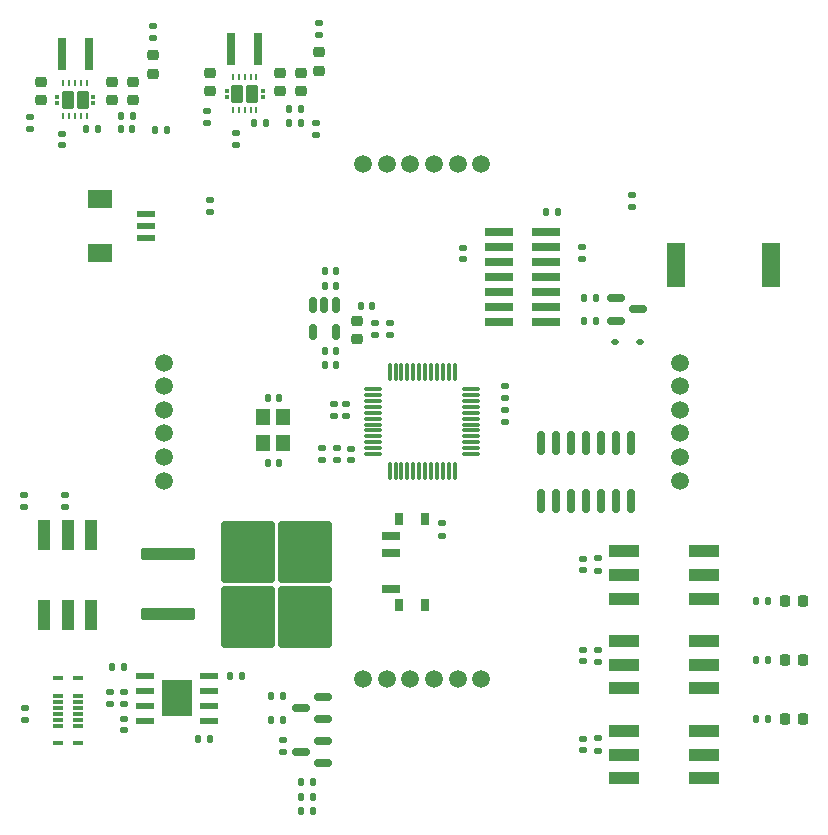
<source format=gbr>
%TF.GenerationSoftware,KiCad,Pcbnew,7.0.7-7.0.7~ubuntu22.04.1*%
%TF.CreationDate,2023-10-06T14:41:20+02:00*%
%TF.ProjectId,ShotClockProject,53686f74-436c-46f6-936b-50726f6a6563,rev?*%
%TF.SameCoordinates,Original*%
%TF.FileFunction,Paste,Top*%
%TF.FilePolarity,Positive*%
%FSLAX46Y46*%
G04 Gerber Fmt 4.6, Leading zero omitted, Abs format (unit mm)*
G04 Created by KiCad (PCBNEW 7.0.7-7.0.7~ubuntu22.04.1) date 2023-10-06 14:41:20*
%MOMM*%
%LPD*%
G01*
G04 APERTURE LIST*
G04 Aperture macros list*
%AMRoundRect*
0 Rectangle with rounded corners*
0 $1 Rounding radius*
0 $2 $3 $4 $5 $6 $7 $8 $9 X,Y pos of 4 corners*
0 Add a 4 corners polygon primitive as box body*
4,1,4,$2,$3,$4,$5,$6,$7,$8,$9,$2,$3,0*
0 Add four circle primitives for the rounded corners*
1,1,$1+$1,$2,$3*
1,1,$1+$1,$4,$5*
1,1,$1+$1,$6,$7*
1,1,$1+$1,$8,$9*
0 Add four rect primitives between the rounded corners*
20,1,$1+$1,$2,$3,$4,$5,0*
20,1,$1+$1,$4,$5,$6,$7,0*
20,1,$1+$1,$6,$7,$8,$9,0*
20,1,$1+$1,$8,$9,$2,$3,0*%
G04 Aperture macros list end*
%ADD10RoundRect,0.150000X-0.150000X0.512500X-0.150000X-0.512500X0.150000X-0.512500X0.150000X0.512500X0*%
%ADD11RoundRect,0.135000X0.185000X-0.135000X0.185000X0.135000X-0.185000X0.135000X-0.185000X-0.135000X0*%
%ADD12RoundRect,0.135000X0.135000X0.185000X-0.135000X0.185000X-0.135000X-0.185000X0.135000X-0.185000X0*%
%ADD13RoundRect,0.140000X0.170000X-0.140000X0.170000X0.140000X-0.170000X0.140000X-0.170000X-0.140000X0*%
%ADD14RoundRect,0.140000X0.140000X0.170000X-0.140000X0.170000X-0.140000X-0.170000X0.140000X-0.170000X0*%
%ADD15RoundRect,0.140000X-0.170000X0.140000X-0.170000X-0.140000X0.170000X-0.140000X0.170000X0.140000X0*%
%ADD16RoundRect,0.135000X-0.185000X0.135000X-0.185000X-0.135000X0.185000X-0.135000X0.185000X0.135000X0*%
%ADD17RoundRect,0.218750X-0.218750X-0.256250X0.218750X-0.256250X0.218750X0.256250X-0.218750X0.256250X0*%
%ADD18R,0.870000X0.300000*%
%ADD19RoundRect,0.225000X-0.250000X0.225000X-0.250000X-0.225000X0.250000X-0.225000X0.250000X0.225000X0*%
%ADD20C,1.500000*%
%ADD21R,1.000000X2.550000*%
%ADD22RoundRect,0.135000X-0.135000X-0.185000X0.135000X-0.185000X0.135000X0.185000X-0.135000X0.185000X0*%
%ADD23RoundRect,0.218750X-0.256250X0.218750X-0.256250X-0.218750X0.256250X-0.218750X0.256250X0.218750X0*%
%ADD24R,1.550000X0.600000*%
%ADD25R,2.000000X1.500000*%
%ADD26R,1.600000X3.800000*%
%ADD27R,2.550000X1.000000*%
%ADD28RoundRect,0.150000X0.150000X-0.825000X0.150000X0.825000X-0.150000X0.825000X-0.150000X-0.825000X0*%
%ADD29RoundRect,0.250000X-2.050000X-0.300000X2.050000X-0.300000X2.050000X0.300000X-2.050000X0.300000X0*%
%ADD30RoundRect,0.250000X-2.025000X-2.375000X2.025000X-2.375000X2.025000X2.375000X-2.025000X2.375000X0*%
%ADD31R,0.800000X1.000000*%
%ADD32R,1.500000X0.700000*%
%ADD33RoundRect,0.218750X0.256250X-0.218750X0.256250X0.218750X-0.256250X0.218750X-0.256250X-0.218750X0*%
%ADD34R,0.800000X2.700000*%
%ADD35RoundRect,0.075000X-0.662500X-0.075000X0.662500X-0.075000X0.662500X0.075000X-0.662500X0.075000X0*%
%ADD36RoundRect,0.075000X-0.075000X-0.662500X0.075000X-0.662500X0.075000X0.662500X-0.075000X0.662500X0*%
%ADD37RoundRect,0.112500X0.187500X0.112500X-0.187500X0.112500X-0.187500X-0.112500X0.187500X-0.112500X0*%
%ADD38RoundRect,0.025000X-0.145000X0.100000X-0.145000X-0.100000X0.145000X-0.100000X0.145000X0.100000X0*%
%ADD39RoundRect,0.106000X-0.424000X0.644000X-0.424000X-0.644000X0.424000X-0.644000X0.424000X0.644000X0*%
%ADD40R,0.240000X0.600000*%
%ADD41R,1.200000X1.400000*%
%ADD42R,2.400000X0.740000*%
%ADD43RoundRect,0.150000X0.587500X0.150000X-0.587500X0.150000X-0.587500X-0.150000X0.587500X-0.150000X0*%
%ADD44RoundRect,0.140000X-0.140000X-0.170000X0.140000X-0.170000X0.140000X0.170000X-0.140000X0.170000X0*%
%ADD45R,2.600000X3.100000*%
%ADD46RoundRect,0.150000X-0.587500X-0.150000X0.587500X-0.150000X0.587500X0.150000X-0.587500X0.150000X0*%
G04 APERTURE END LIST*
D10*
%TO.C,U2*%
X146680000Y-90112500D03*
X145730000Y-90112500D03*
X144780000Y-90112500D03*
X144780000Y-92387500D03*
X146680000Y-92387500D03*
%TD*%
D11*
%TO.C,R3*%
X120250000Y-107250000D03*
X120250000Y-106230000D03*
%TD*%
D12*
%TO.C,R24*%
X143760000Y-73500000D03*
X142740000Y-73500000D03*
%TD*%
D13*
%TO.C,C5*%
X146500000Y-99514252D03*
X146500000Y-98554252D03*
%TD*%
D14*
%TO.C,C22*%
X129470000Y-75250000D03*
X128510000Y-75250000D03*
%TD*%
D13*
%TO.C,C28*%
X167613764Y-120297396D03*
X167613764Y-119337396D03*
%TD*%
D15*
%TO.C,C6*%
X157500000Y-85270000D03*
X157500000Y-86230000D03*
%TD*%
D16*
%TO.C,R38*%
X171739850Y-80817284D03*
X171739850Y-81837284D03*
%TD*%
D17*
%TO.C,D1*%
X184712500Y-120200000D03*
X186287500Y-120200000D03*
%TD*%
D18*
%TO.C,J6*%
X123135000Y-127250000D03*
X123135000Y-125750000D03*
X123135000Y-125250000D03*
X123135000Y-124750000D03*
X123135000Y-124250000D03*
X123135000Y-123750000D03*
X123135000Y-123250000D03*
X123135000Y-121750000D03*
X124865000Y-121750000D03*
X124865000Y-123250000D03*
X124865000Y-123750000D03*
X124865000Y-124250000D03*
X124865000Y-124750000D03*
X124865000Y-125250000D03*
X124865000Y-125750000D03*
X124865000Y-127250000D03*
%TD*%
D11*
%TO.C,R30*%
X131250000Y-67510000D03*
X131250000Y-66490000D03*
%TD*%
D19*
%TO.C,C25*%
X121760000Y-71225000D03*
X121760000Y-72775000D03*
%TD*%
D20*
%TO.C,U9*%
X132175000Y-95000000D03*
X132175000Y-97000000D03*
X132175000Y-99000000D03*
X132175000Y-101000000D03*
X132175000Y-103000000D03*
X132175000Y-105000000D03*
%TD*%
D21*
%TO.C,SW1*%
X122000000Y-109620000D03*
X124000000Y-109620000D03*
X126000000Y-109620000D03*
X122000000Y-116380000D03*
X124000000Y-116380000D03*
X126000000Y-116380000D03*
%TD*%
D17*
%TO.C,D2*%
X184712500Y-115200000D03*
X186287500Y-115200000D03*
%TD*%
D22*
%TO.C,R35*%
X167740000Y-89500000D03*
X168760000Y-89500000D03*
%TD*%
D12*
%TO.C,R14*%
X144760000Y-133000000D03*
X143740000Y-133000000D03*
%TD*%
D13*
%TO.C,C1*%
X151250000Y-92647500D03*
X151250000Y-91687500D03*
%TD*%
D15*
%TO.C,C15*%
X148000000Y-102290000D03*
X148000000Y-103250000D03*
%TD*%
D12*
%TO.C,R25*%
X140760000Y-74750000D03*
X139740000Y-74750000D03*
%TD*%
D16*
%TO.C,R32*%
X168863764Y-119327396D03*
X168863764Y-120347396D03*
%TD*%
D13*
%TO.C,C2*%
X150000000Y-92647500D03*
X150000000Y-91687500D03*
%TD*%
D11*
%TO.C,R37*%
X127594366Y-123939407D03*
X127594366Y-122919407D03*
%TD*%
D23*
%TO.C,D5*%
X131250000Y-68962500D03*
X131250000Y-70537500D03*
%TD*%
D12*
%TO.C,R34*%
X168760000Y-91500000D03*
X167740000Y-91500000D03*
%TD*%
D24*
%TO.C,J3*%
X130630000Y-82450000D03*
X130630000Y-83450000D03*
X130630000Y-84450000D03*
D25*
X126750000Y-85750000D03*
X126750000Y-81150000D03*
%TD*%
D14*
%TO.C,C12*%
X146710000Y-95250000D03*
X145750000Y-95250000D03*
%TD*%
D26*
%TO.C,BUZZER1*%
X183500000Y-86750000D03*
X175500000Y-86750000D03*
%TD*%
D13*
%TO.C,C4*%
X147572489Y-99511579D03*
X147572489Y-98551579D03*
%TD*%
D15*
%TO.C,C26*%
X123485444Y-75619367D03*
X123485444Y-76579367D03*
%TD*%
D11*
%TO.C,R23*%
X135750000Y-74760000D03*
X135750000Y-73740000D03*
%TD*%
D27*
%TO.C,SW4*%
X171120000Y-122600000D03*
X171120000Y-120600000D03*
X171120000Y-118600000D03*
X177880000Y-122600000D03*
X177880000Y-120600000D03*
X177880000Y-118600000D03*
%TD*%
D16*
%TO.C,R2*%
X145000000Y-74740000D03*
X145000000Y-75760000D03*
%TD*%
D28*
%TO.C,U5*%
X164060000Y-106725000D03*
X165330000Y-106725000D03*
X166600000Y-106725000D03*
X167870000Y-106725000D03*
X169140000Y-106725000D03*
X170410000Y-106725000D03*
X171680000Y-106725000D03*
X171680000Y-101775000D03*
X170410000Y-101775000D03*
X169140000Y-101775000D03*
X167870000Y-101775000D03*
X166600000Y-101775000D03*
X165330000Y-101775000D03*
X164060000Y-101775000D03*
%TD*%
D29*
%TO.C,Q1*%
X132500000Y-111250000D03*
D30*
X139225000Y-111015000D03*
X139225000Y-116565000D03*
X144075000Y-111015000D03*
X144075000Y-116565000D03*
D29*
X132500000Y-116330000D03*
%TD*%
D31*
%TO.C,SW2*%
X152040000Y-115550000D03*
X154250000Y-115550000D03*
X152040000Y-108250000D03*
X154250000Y-108250000D03*
D32*
X151390000Y-114150000D03*
X151390000Y-111150000D03*
X151390000Y-109650000D03*
%TD*%
D13*
%TO.C,C29*%
X167629907Y-112562543D03*
X167629907Y-111602543D03*
%TD*%
D14*
%TO.C,C17*%
X143710000Y-74750000D03*
X142750000Y-74750000D03*
%TD*%
D33*
%TO.C,FB1*%
X148500000Y-93037500D03*
X148500000Y-91462500D03*
%TD*%
D11*
%TO.C,R26*%
X145250000Y-67260000D03*
X145250000Y-66240000D03*
%TD*%
D12*
%TO.C,R28*%
X129517361Y-74103111D03*
X128497361Y-74103111D03*
%TD*%
D20*
%TO.C,U6*%
X159000000Y-78175000D03*
X157000000Y-78175000D03*
X155000000Y-78175000D03*
X153000000Y-78175000D03*
X151000000Y-78175000D03*
X149000000Y-78175000D03*
%TD*%
D34*
%TO.C,L2*%
X123473288Y-68915675D03*
X125773288Y-68915675D03*
%TD*%
D12*
%TO.C,R13*%
X183260000Y-125200000D03*
X182240000Y-125200000D03*
%TD*%
D16*
%TO.C,R6*%
X161000000Y-96990000D03*
X161000000Y-98010000D03*
%TD*%
D35*
%TO.C,U1*%
X149837500Y-97250000D03*
X149837500Y-97750000D03*
X149837500Y-98250000D03*
X149837500Y-98750000D03*
X149837500Y-99250000D03*
X149837500Y-99750000D03*
X149837500Y-100250000D03*
X149837500Y-100750000D03*
X149837500Y-101250000D03*
X149837500Y-101750000D03*
X149837500Y-102250000D03*
X149837500Y-102750000D03*
D36*
X151250000Y-104162500D03*
X151750000Y-104162500D03*
X152250000Y-104162500D03*
X152750000Y-104162500D03*
X153250000Y-104162500D03*
X153750000Y-104162500D03*
X154250000Y-104162500D03*
X154750000Y-104162500D03*
X155250000Y-104162500D03*
X155750000Y-104162500D03*
X156250000Y-104162500D03*
X156750000Y-104162500D03*
D35*
X158162500Y-102750000D03*
X158162500Y-102250000D03*
X158162500Y-101750000D03*
X158162500Y-101250000D03*
X158162500Y-100750000D03*
X158162500Y-100250000D03*
X158162500Y-99750000D03*
X158162500Y-99250000D03*
X158162500Y-98750000D03*
X158162500Y-98250000D03*
X158162500Y-97750000D03*
X158162500Y-97250000D03*
D36*
X156750000Y-95837500D03*
X156250000Y-95837500D03*
X155750000Y-95837500D03*
X155250000Y-95837500D03*
X154750000Y-95837500D03*
X154250000Y-95837500D03*
X153750000Y-95837500D03*
X153250000Y-95837500D03*
X152750000Y-95837500D03*
X152250000Y-95837500D03*
X151750000Y-95837500D03*
X151250000Y-95837500D03*
%TD*%
D37*
%TO.C,D6*%
X172471141Y-93265218D03*
X170371141Y-93265218D03*
%TD*%
D38*
%TO.C,U3*%
X140500000Y-72000000D03*
X137440000Y-72000000D03*
D39*
X139600000Y-72250000D03*
X138340000Y-72250000D03*
D38*
X140500000Y-72500000D03*
X137440000Y-72500000D03*
D40*
X139970000Y-70850000D03*
X139470000Y-70850000D03*
X138970000Y-70850000D03*
X138470000Y-70850000D03*
X137970000Y-70850000D03*
X137970000Y-73650000D03*
X138470000Y-73650000D03*
X138970000Y-73650000D03*
X139470000Y-73650000D03*
X139970000Y-73650000D03*
%TD*%
D12*
%TO.C,R15*%
X142260000Y-125250000D03*
X141240000Y-125250000D03*
%TD*%
%TO.C,R12*%
X183260000Y-115200000D03*
X182240000Y-115200000D03*
%TD*%
D17*
%TO.C,D3*%
X184712500Y-125200000D03*
X186287500Y-125200000D03*
%TD*%
D14*
%TO.C,C8*%
X141880000Y-103500000D03*
X140920000Y-103500000D03*
%TD*%
%TO.C,C9*%
X146730000Y-88500000D03*
X145770000Y-88500000D03*
%TD*%
D41*
%TO.C,Y1*%
X140550000Y-99650000D03*
X140550000Y-101850000D03*
X142250000Y-101850000D03*
X142250000Y-99650000D03*
%TD*%
D16*
%TO.C,R17*%
X146750000Y-102240000D03*
X146750000Y-103260000D03*
%TD*%
D20*
%TO.C,U8*%
X149000000Y-121825000D03*
X151000000Y-121825000D03*
X153000000Y-121825000D03*
X155000000Y-121825000D03*
X157000000Y-121825000D03*
X159000000Y-121825000D03*
%TD*%
D11*
%TO.C,R27*%
X120760000Y-75260000D03*
X120760000Y-74240000D03*
%TD*%
D22*
%TO.C,R4*%
X131389746Y-75299114D03*
X132409746Y-75299114D03*
%TD*%
%TO.C,R7*%
X182240000Y-120200000D03*
X183260000Y-120200000D03*
%TD*%
D11*
%TO.C,R36*%
X120364285Y-125285612D03*
X120364285Y-124265612D03*
%TD*%
D16*
%TO.C,R33*%
X168879907Y-111592543D03*
X168879907Y-112612543D03*
%TD*%
D12*
%TO.C,R29*%
X126520000Y-75250000D03*
X125500000Y-75250000D03*
%TD*%
D42*
%TO.C,J2*%
X164450000Y-91560000D03*
X160550000Y-91560000D03*
X164450000Y-90290000D03*
X160550000Y-90290000D03*
X164450000Y-89020000D03*
X160550000Y-89020000D03*
X164450000Y-87750000D03*
X160550000Y-87750000D03*
X164450000Y-86480000D03*
X160550000Y-86480000D03*
X164450000Y-85210000D03*
X160550000Y-85210000D03*
X164450000Y-83940000D03*
X160550000Y-83940000D03*
%TD*%
D11*
%TO.C,R20*%
X142250000Y-128010000D03*
X142250000Y-126990000D03*
%TD*%
D27*
%TO.C,SW3*%
X171120000Y-130200000D03*
X171120000Y-128200000D03*
X171120000Y-126200000D03*
X177880000Y-130200000D03*
X177880000Y-128200000D03*
X177880000Y-126200000D03*
%TD*%
D19*
%TO.C,C24*%
X127760000Y-71225000D03*
X127760000Y-72775000D03*
%TD*%
%TO.C,C19*%
X142000000Y-70450000D03*
X142000000Y-72000000D03*
%TD*%
D38*
%TO.C,U4*%
X126160000Y-72500000D03*
X123100000Y-72500000D03*
D39*
X125260000Y-72750000D03*
X124000000Y-72750000D03*
D38*
X126160000Y-73000000D03*
X123100000Y-73000000D03*
D40*
X125630000Y-71350000D03*
X125130000Y-71350000D03*
X124630000Y-71350000D03*
X124130000Y-71350000D03*
X123630000Y-71350000D03*
X123630000Y-74150000D03*
X124130000Y-74150000D03*
X124630000Y-74150000D03*
X125130000Y-74150000D03*
X125630000Y-74150000D03*
%TD*%
D11*
%TO.C,R11*%
X145500000Y-103260000D03*
X145500000Y-102240000D03*
%TD*%
D16*
%TO.C,R31*%
X168884243Y-126830794D03*
X168884243Y-127850794D03*
%TD*%
D14*
%TO.C,C10*%
X146710000Y-87250000D03*
X145750000Y-87250000D03*
%TD*%
D19*
%TO.C,C23*%
X129510000Y-71225000D03*
X129510000Y-72775000D03*
%TD*%
D43*
%TO.C,Q2*%
X145625000Y-128950000D03*
X145625000Y-127050000D03*
X143750000Y-128000000D03*
%TD*%
D44*
%TO.C,C3*%
X148836477Y-90177139D03*
X149796477Y-90177139D03*
%TD*%
D22*
%TO.C,R19*%
X143740000Y-131750000D03*
X144760000Y-131750000D03*
%TD*%
D13*
%TO.C,C27*%
X167634243Y-127820794D03*
X167634243Y-126860794D03*
%TD*%
D14*
%TO.C,C16*%
X144730000Y-130500000D03*
X143770000Y-130500000D03*
%TD*%
D12*
%TO.C,R16*%
X142260000Y-123250000D03*
X141240000Y-123250000D03*
%TD*%
D44*
%TO.C,C7*%
X140920000Y-98000000D03*
X141880000Y-98000000D03*
%TD*%
D34*
%TO.C,L1*%
X137822719Y-68433302D03*
X140122719Y-68433302D03*
%TD*%
D23*
%TO.C,D4*%
X145250000Y-68712500D03*
X145250000Y-70287500D03*
%TD*%
D11*
%TO.C,R18*%
X128750000Y-123934212D03*
X128750000Y-122914212D03*
%TD*%
%TO.C,R8*%
X155650000Y-109650000D03*
X155650000Y-108630000D03*
%TD*%
D15*
%TO.C,C21*%
X138253035Y-75609138D03*
X138253035Y-76569138D03*
%TD*%
D14*
%TO.C,C11*%
X146710000Y-94000000D03*
X145750000Y-94000000D03*
%TD*%
D19*
%TO.C,C18*%
X143750000Y-70450000D03*
X143750000Y-72000000D03*
%TD*%
D12*
%TO.C,R21*%
X128760000Y-120750000D03*
X127740000Y-120750000D03*
%TD*%
D45*
%TO.C,IC1*%
X133250000Y-123414212D03*
D24*
X130550000Y-121509212D03*
X130550000Y-122779212D03*
X130550000Y-124049212D03*
X130550000Y-125319212D03*
X135950000Y-125319212D03*
X135950000Y-124049212D03*
X135950000Y-122779212D03*
X135950000Y-121509212D03*
%TD*%
D11*
%TO.C,R5*%
X161000000Y-100010000D03*
X161000000Y-98990000D03*
%TD*%
D27*
%TO.C,SW5*%
X171120000Y-115000000D03*
X171120000Y-113000000D03*
X171120000Y-111000000D03*
X177880000Y-115000000D03*
X177880000Y-113000000D03*
X177880000Y-111000000D03*
%TD*%
D46*
%TO.C,Q4*%
X172250000Y-90500000D03*
X170375000Y-91450000D03*
X170375000Y-89550000D03*
%TD*%
D11*
%TO.C,R1*%
X123750000Y-107250000D03*
X123750000Y-106230000D03*
%TD*%
D20*
%TO.C,U7*%
X175825000Y-105000000D03*
X175825000Y-103000000D03*
X175825000Y-101000000D03*
X175825000Y-99000000D03*
X175825000Y-97000000D03*
X175825000Y-95000000D03*
%TD*%
D16*
%TO.C,R9*%
X167500000Y-85240000D03*
X167500000Y-86260000D03*
%TD*%
D22*
%TO.C,R39*%
X164490000Y-82250000D03*
X165510000Y-82250000D03*
%TD*%
D19*
%TO.C,C20*%
X136000000Y-70450000D03*
X136000000Y-72000000D03*
%TD*%
D13*
%TO.C,C13*%
X128750000Y-126144212D03*
X128750000Y-125184212D03*
%TD*%
D16*
%TO.C,R22*%
X136031297Y-81250590D03*
X136031297Y-82270590D03*
%TD*%
D43*
%TO.C,Q3*%
X145625000Y-125200000D03*
X145625000Y-123300000D03*
X143750000Y-124250000D03*
%TD*%
D12*
%TO.C,R10*%
X138758799Y-121508799D03*
X137738799Y-121508799D03*
%TD*%
D14*
%TO.C,C14*%
X136000000Y-126914212D03*
X135040000Y-126914212D03*
%TD*%
M02*

</source>
